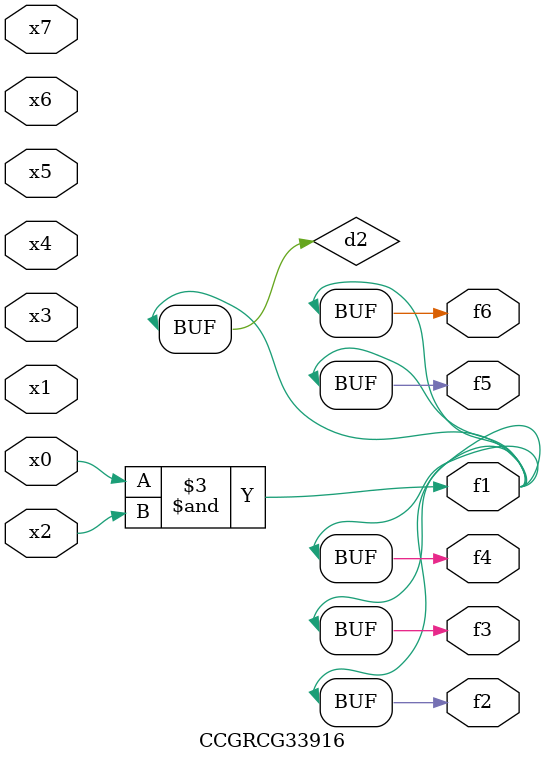
<source format=v>
module CCGRCG33916(
	input x0, x1, x2, x3, x4, x5, x6, x7,
	output f1, f2, f3, f4, f5, f6
);

	wire d1, d2;

	nor (d1, x3, x6);
	and (d2, x0, x2);
	assign f1 = d2;
	assign f2 = d2;
	assign f3 = d2;
	assign f4 = d2;
	assign f5 = d2;
	assign f6 = d2;
endmodule

</source>
